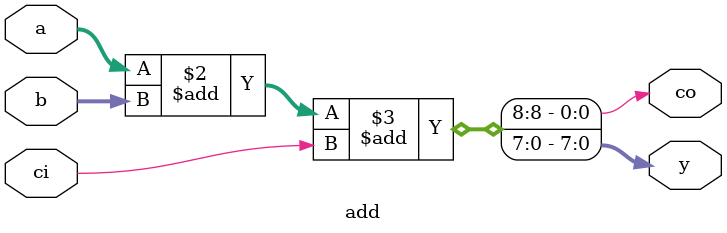
<source format=v>
`timescale 1ns/1ns

module add(a, b, ci, co, y);
	input  [7:0] a, b;
	input        ci;
	output       co;
	output [7:0] y;
	reg          co;
	reg    [7:0] y;

	always@( a or b or ci ) begin
		{co, y} <= a + b + ci;
	end
	
endmodule

</source>
